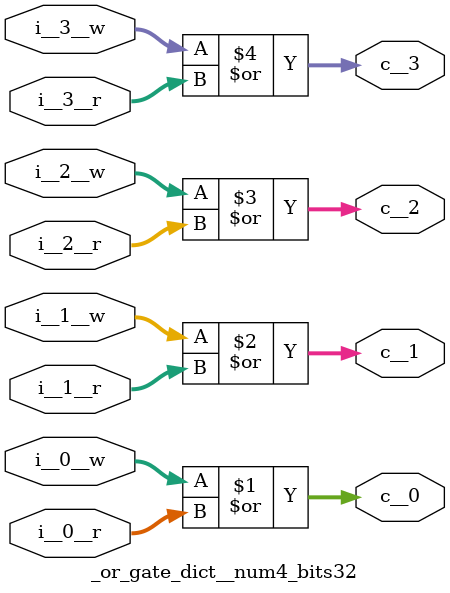
<source format=sv>
module _or_gate_dict__num4_bits32 (
    input  logic [31:0] i__0__w,
    input  logic [31:0] i__0__r,
    output logic [31:0] c__0,
    input  logic [31:0] i__1__w,
    input  logic [31:0] i__1__r,
    output logic [31:0] c__1,
    input  logic [31:0] i__2__w,
    input  logic [31:0] i__2__r,
    output logic [31:0] c__2,
    input  logic [31:0] i__3__w,
    input  logic [31:0] i__3__r,
    output logic [31:0] c__3
);

    // _or_gate_dict module parameters:
    //  * num = 4 (int) #  number of inputs
    //  * bits = 32 (int) #  data width

    assign c__0 = i__0__w | i__0__r;
    assign c__1 = i__1__w | i__1__r;
    assign c__2 = i__2__w | i__2__r;
    assign c__3 = i__3__w | i__3__r;

endmodule  // _or_gate_dict__num4_bits32

</source>
